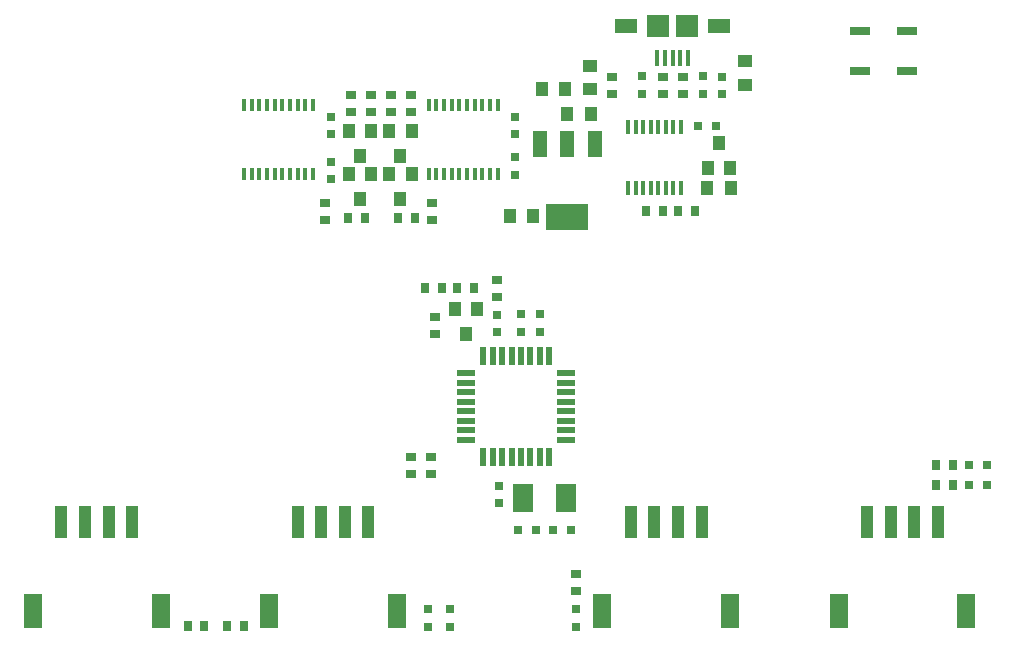
<source format=gtp>
G04 #@! TF.FileFunction,Paste,Top*
%FSLAX46Y46*%
G04 Gerber Fmt 4.6, Leading zero omitted, Abs format (unit mm)*
G04 Created by KiCad (PCBNEW 4.0.1-2.201512121406+6195~38~ubuntu15.04.1-stable) date Tue 15 Dec 2015 02:37:47 GMT*
%MOMM*%
G01*
G04 APERTURE LIST*
%ADD10C,0.100000*%
%ADD11R,0.750000X0.800000*%
%ADD12R,0.800000X0.750000*%
%ADD13R,0.797560X0.797560*%
%ADD14R,0.550000X1.600000*%
%ADD15R,1.600000X0.550000*%
%ADD16R,0.900000X0.800000*%
%ADD17R,0.800000X0.900000*%
%ADD18R,1.219000X2.235000*%
%ADD19R,3.600000X2.200000*%
%ADD20R,0.400000X1.350000*%
%ADD21R,1.900000X1.300000*%
%ADD22R,1.900000X1.900000*%
%ADD23R,1.000000X1.250000*%
%ADD24R,1.700000X2.400000*%
%ADD25R,1.016000X1.200000*%
%ADD26R,1.010000X2.740000*%
%ADD27R,1.500000X3.000000*%
%ADD28R,0.400000X1.000000*%
%ADD29R,0.400000X1.200000*%
%ADD30R,1.250000X1.000000*%
%ADD31R,1.700000X0.800000*%
G04 APERTURE END LIST*
D10*
D11*
X128190000Y-59540000D03*
X128190000Y-61040000D03*
X143840000Y-59540000D03*
X143840000Y-61040000D03*
X154600000Y-56150000D03*
X154600000Y-57650000D03*
X159700000Y-56150000D03*
X159700000Y-57650000D03*
D12*
X160800000Y-60320000D03*
X159300000Y-60320000D03*
D11*
X128200000Y-64850000D03*
X128200000Y-63350000D03*
X143810000Y-62950000D03*
X143810000Y-64450000D03*
X142450000Y-90800000D03*
X142450000Y-92300000D03*
X145900000Y-77800000D03*
X145900000Y-76300000D03*
X144300000Y-77800000D03*
X144300000Y-76300000D03*
D12*
X148540000Y-94550000D03*
X147040000Y-94550000D03*
X144050000Y-94550000D03*
X145550000Y-94550000D03*
D13*
X136400000Y-101250700D03*
X136400000Y-102749300D03*
X138300000Y-101250700D03*
X138300000Y-102749300D03*
X148950000Y-101250700D03*
X148950000Y-102749300D03*
X182238200Y-89062500D03*
X183736800Y-89062500D03*
X182238200Y-90762500D03*
X183736800Y-90762500D03*
D14*
X141115000Y-88345000D03*
X141915000Y-88345000D03*
X142715000Y-88345000D03*
X143515000Y-88345000D03*
X144315000Y-88345000D03*
X145115000Y-88345000D03*
X145915000Y-88345000D03*
X146715000Y-88345000D03*
D15*
X148165000Y-86895000D03*
X148165000Y-86095000D03*
X148165000Y-85295000D03*
X148165000Y-84495000D03*
X148165000Y-83695000D03*
X148165000Y-82895000D03*
X148165000Y-82095000D03*
X148165000Y-81295000D03*
D14*
X146715000Y-79845000D03*
X145915000Y-79845000D03*
X145115000Y-79845000D03*
X144315000Y-79845000D03*
X143515000Y-79845000D03*
X142715000Y-79845000D03*
X141915000Y-79845000D03*
X141115000Y-79845000D03*
D15*
X139665000Y-81295000D03*
X139665000Y-82095000D03*
X139665000Y-82895000D03*
X139665000Y-83695000D03*
X139665000Y-84495000D03*
X139665000Y-85295000D03*
X139665000Y-86095000D03*
X139665000Y-86895000D03*
D16*
X158000000Y-57615000D03*
X158000000Y-56185000D03*
X156300000Y-57615000D03*
X156300000Y-56185000D03*
D17*
X154905000Y-67510000D03*
X156335000Y-67510000D03*
D16*
X137000000Y-76510000D03*
X137000000Y-77940000D03*
X134975000Y-89790000D03*
X134975000Y-88360000D03*
X136725000Y-89790000D03*
X136725000Y-88360000D03*
X148950000Y-98285000D03*
X148950000Y-99715000D03*
X131600000Y-57685000D03*
X131600000Y-59115000D03*
D17*
X179472500Y-90762500D03*
X180902500Y-90762500D03*
X179472500Y-89062500D03*
X180902500Y-89062500D03*
D18*
X150561000Y-61831000D03*
X148250000Y-61831000D03*
X145939000Y-61831000D03*
D19*
X148250000Y-68029000D03*
D20*
X156500000Y-54581000D03*
X157800000Y-54581000D03*
X157150000Y-54581000D03*
X158450000Y-54581000D03*
X155850000Y-54581000D03*
D21*
X153200000Y-51906000D03*
D22*
X155950000Y-51906000D03*
X158350000Y-51906000D03*
D21*
X161100000Y-51906000D03*
D23*
X146050000Y-57240000D03*
X148050000Y-57240000D03*
X148250000Y-59340000D03*
X150250000Y-59340000D03*
D24*
X148150000Y-91850000D03*
X144450000Y-91850000D03*
D11*
X142250000Y-77825000D03*
X142250000Y-76325000D03*
D16*
X142250000Y-74840000D03*
X142250000Y-73410000D03*
D17*
X138885000Y-74075000D03*
X140315000Y-74075000D03*
X159055000Y-67510000D03*
X157625000Y-67510000D03*
D16*
X152050000Y-56210000D03*
X152050000Y-57640000D03*
D23*
X162100000Y-65600000D03*
X160100000Y-65600000D03*
D25*
X160140000Y-63900000D03*
X162040000Y-63900000D03*
X161090000Y-61780000D03*
D17*
X137615000Y-74080000D03*
X136185000Y-74080000D03*
D25*
X140600000Y-75865000D03*
X138700000Y-75865000D03*
X139650000Y-77985000D03*
D26*
X153600000Y-93900000D03*
X155600000Y-93900000D03*
X157600000Y-93900000D03*
X159600000Y-93900000D03*
D27*
X151200000Y-101400000D03*
X162000000Y-101400000D03*
D26*
X125400000Y-93900000D03*
X127400000Y-93900000D03*
X129400000Y-93900000D03*
X131400000Y-93900000D03*
D27*
X123000000Y-101400000D03*
X133800000Y-101400000D03*
D28*
X126715000Y-58600000D03*
X126065000Y-58600000D03*
X125415000Y-58600000D03*
X124765000Y-58600000D03*
X124115000Y-58600000D03*
X123465000Y-58600000D03*
X122815000Y-58600000D03*
X122165000Y-58600000D03*
X121515000Y-58600000D03*
X120865000Y-58600000D03*
X120865000Y-64400000D03*
X121515000Y-64400000D03*
X122165000Y-64400000D03*
X122815000Y-64400000D03*
X123465000Y-64400000D03*
X124115000Y-64400000D03*
X124765000Y-64400000D03*
X125415000Y-64400000D03*
X126065000Y-64400000D03*
X126715000Y-64400000D03*
X142345000Y-58600000D03*
X141695000Y-58600000D03*
X141045000Y-58600000D03*
X140395000Y-58600000D03*
X139745000Y-58600000D03*
X139095000Y-58600000D03*
X138445000Y-58600000D03*
X137795000Y-58600000D03*
X137145000Y-58600000D03*
X136495000Y-58600000D03*
X136495000Y-64400000D03*
X137145000Y-64400000D03*
X137795000Y-64400000D03*
X138445000Y-64400000D03*
X139095000Y-64400000D03*
X139745000Y-64400000D03*
X140395000Y-64400000D03*
X141045000Y-64400000D03*
X141695000Y-64400000D03*
X142345000Y-64400000D03*
D29*
X153377500Y-65600000D03*
X154012500Y-65600000D03*
X154647500Y-65600000D03*
X155282500Y-65600000D03*
X155917500Y-65600000D03*
X156552500Y-65600000D03*
X157187500Y-65600000D03*
X157822500Y-65600000D03*
X157822500Y-60400000D03*
X157187500Y-60400000D03*
X156552500Y-60400000D03*
X155917500Y-60400000D03*
X155282500Y-60400000D03*
X154647500Y-60400000D03*
X154012500Y-60400000D03*
X153377500Y-60400000D03*
D26*
X105400000Y-93900000D03*
X107400000Y-93900000D03*
X109400000Y-93900000D03*
X111400000Y-93900000D03*
D27*
X103000000Y-101400000D03*
X113800000Y-101400000D03*
D26*
X173600000Y-93900000D03*
X175600000Y-93900000D03*
X177600000Y-93900000D03*
X179600000Y-93900000D03*
D27*
X171200000Y-101400000D03*
X182000000Y-101400000D03*
D16*
X129900000Y-57685000D03*
X129900000Y-59115000D03*
D30*
X150130000Y-55250000D03*
X150130000Y-57250000D03*
D16*
X135000000Y-57685000D03*
X135000000Y-59115000D03*
X133300000Y-57685000D03*
X133300000Y-59115000D03*
D23*
X145360000Y-67980000D03*
X143360000Y-67980000D03*
D17*
X119435000Y-102650000D03*
X120865000Y-102650000D03*
X116085000Y-102650000D03*
X117515000Y-102650000D03*
D30*
X163270000Y-56880000D03*
X163270000Y-54880000D03*
D11*
X161350000Y-56160000D03*
X161350000Y-57660000D03*
D31*
X177000000Y-55700000D03*
X177000000Y-52300000D03*
X173000000Y-55700000D03*
X173000000Y-52300000D03*
D25*
X135050000Y-60740000D03*
X133150000Y-60740000D03*
X134100000Y-62860000D03*
X131650000Y-60740000D03*
X129750000Y-60740000D03*
X130700000Y-62860000D03*
X135050000Y-64440000D03*
X133150000Y-64440000D03*
X134100000Y-66560000D03*
X131650000Y-64440000D03*
X129750000Y-64440000D03*
X130700000Y-66560000D03*
D17*
X129670000Y-68100000D03*
X131100000Y-68100000D03*
D16*
X127700000Y-68315000D03*
X127700000Y-66885000D03*
D17*
X135315000Y-68100000D03*
X133885000Y-68100000D03*
D16*
X136800000Y-68315000D03*
X136800000Y-66885000D03*
M02*

</source>
